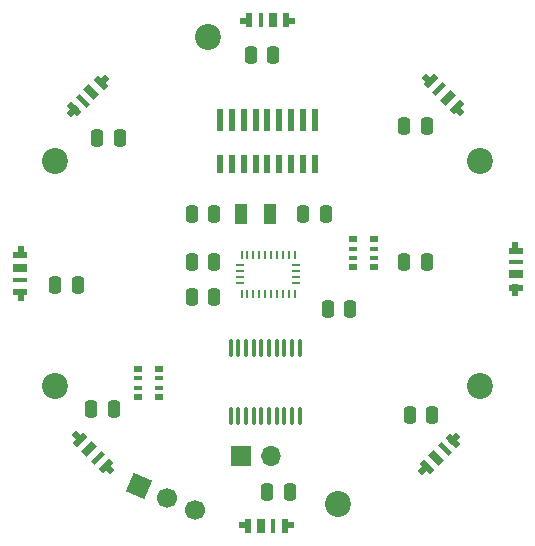
<source format=gbr>
%TF.GenerationSoftware,KiCad,Pcbnew,8.0.0*%
%TF.CreationDate,2024-05-13T13:59:27-05:00*%
%TF.ProjectId,GaussMouse_Sensor,47617573-734d-46f7-9573-655f53656e73,rev?*%
%TF.SameCoordinates,Original*%
%TF.FileFunction,Soldermask,Top*%
%TF.FilePolarity,Negative*%
%FSLAX46Y46*%
G04 Gerber Fmt 4.6, Leading zero omitted, Abs format (unit mm)*
G04 Created by KiCad (PCBNEW 8.0.0) date 2024-05-13 13:59:27*
%MOMM*%
%LPD*%
G01*
G04 APERTURE LIST*
G04 Aperture macros list*
%AMRoundRect*
0 Rectangle with rounded corners*
0 $1 Rounding radius*
0 $2 $3 $4 $5 $6 $7 $8 $9 X,Y pos of 4 corners*
0 Add a 4 corners polygon primitive as box body*
4,1,4,$2,$3,$4,$5,$6,$7,$8,$9,$2,$3,0*
0 Add four circle primitives for the rounded corners*
1,1,$1+$1,$2,$3*
1,1,$1+$1,$4,$5*
1,1,$1+$1,$6,$7*
1,1,$1+$1,$8,$9*
0 Add four rect primitives between the rounded corners*
20,1,$1+$1,$2,$3,$4,$5,0*
20,1,$1+$1,$4,$5,$6,$7,0*
20,1,$1+$1,$6,$7,$8,$9,0*
20,1,$1+$1,$8,$9,$2,$3,0*%
%AMHorizOval*
0 Thick line with rounded ends*
0 $1 width*
0 $2 $3 position (X,Y) of the first rounded end (center of the circle)*
0 $4 $5 position (X,Y) of the second rounded end (center of the circle)*
0 Add line between two ends*
20,1,$1,$2,$3,$4,$5,0*
0 Add two circle primitives to create the rounded ends*
1,1,$1,$2,$3*
1,1,$1,$4,$5*%
%AMRotRect*
0 Rectangle, with rotation*
0 The origin of the aperture is its center*
0 $1 length*
0 $2 width*
0 $3 Rotation angle, in degrees counterclockwise*
0 Add horizontal line*
21,1,$1,$2,0,0,$3*%
G04 Aperture macros list end*
%ADD10R,0.600000X1.650000*%
%ADD11R,0.600000X1.850000*%
%ADD12R,1.000000X1.800000*%
%ADD13RoundRect,0.100000X-0.100000X0.637500X-0.100000X-0.637500X0.100000X-0.637500X0.100000X0.637500X0*%
%ADD14R,0.254000X0.675000*%
%ADD15R,0.675000X0.254000*%
%ADD16R,0.800000X0.500000*%
%ADD17R,0.800000X0.400000*%
%ADD18R,1.700000X1.700000*%
%ADD19O,1.700000X1.700000*%
%ADD20RotRect,1.700000X1.700000X67.000000*%
%ADD21HorizOval,1.700000X0.000000X0.000000X0.000000X0.000000X0*%
%ADD22C,2.200000*%
%ADD23RotRect,1.000000X0.550000X225.000000*%
%ADD24RotRect,0.550000X1.200000X225.000000*%
%ADD25RotRect,0.700000X1.200000X225.000000*%
%ADD26RotRect,0.450000X1.200000X225.000000*%
%ADD27R,1.000000X0.550000*%
%ADD28R,0.550000X1.200000*%
%ADD29R,0.700000X1.200000*%
%ADD30R,0.450000X1.200000*%
%ADD31RotRect,1.000000X0.550000X135.000000*%
%ADD32RotRect,0.550000X1.200000X135.000000*%
%ADD33RotRect,0.450000X1.200000X135.000000*%
%ADD34RotRect,0.700000X1.200000X135.000000*%
%ADD35R,0.550000X1.000000*%
%ADD36R,1.200000X0.550000*%
%ADD37R,1.200000X0.700000*%
%ADD38R,1.200000X0.450000*%
%ADD39RotRect,1.000000X0.550000X45.000000*%
%ADD40RotRect,0.550000X1.200000X45.000000*%
%ADD41RotRect,0.450000X1.200000X45.000000*%
%ADD42RotRect,0.700000X1.200000X45.000000*%
%ADD43RotRect,1.000000X0.550000X315.000000*%
%ADD44RotRect,0.550000X1.200000X315.000000*%
%ADD45RotRect,0.700000X1.200000X315.000000*%
%ADD46RotRect,0.450000X1.200000X315.000000*%
%ADD47RoundRect,0.250000X0.250000X0.475000X-0.250000X0.475000X-0.250000X-0.475000X0.250000X-0.475000X0*%
%ADD48RoundRect,0.250000X-0.250000X-0.475000X0.250000X-0.475000X0.250000X0.475000X-0.250000X0.475000X0*%
G04 APERTURE END LIST*
D10*
%TO.C,J4*%
X133999999Y-84750000D03*
D11*
X133999999Y-81000000D03*
D10*
X135000000Y-84750000D03*
D11*
X135000000Y-81000000D03*
D10*
X136000000Y-84750000D03*
D11*
X136000000Y-81000000D03*
D10*
X137000000Y-84750000D03*
D11*
X137000000Y-81000000D03*
D10*
X137999984Y-84750000D03*
D11*
X137999984Y-81000000D03*
D10*
X139000000Y-84750000D03*
D11*
X139000000Y-81000000D03*
D10*
X140000000Y-84750000D03*
D11*
X140000000Y-81000000D03*
D10*
X141000000Y-84750000D03*
D11*
X141000000Y-81000000D03*
D10*
X142000000Y-84750000D03*
D11*
X142000000Y-81000000D03*
%TD*%
D12*
%TO.C,Y1*%
X138250000Y-89000000D03*
X135750000Y-89000000D03*
%TD*%
D13*
%TO.C,U2*%
X140737500Y-100325000D03*
X140087500Y-100325000D03*
X139437500Y-100325000D03*
X138787500Y-100325000D03*
X138137500Y-100325000D03*
X137487500Y-100325000D03*
X136837500Y-100325000D03*
X136187500Y-100325000D03*
X135537500Y-100325000D03*
X134887500Y-100325000D03*
X134887500Y-106050000D03*
X135537500Y-106050000D03*
X136187500Y-106050000D03*
X136837500Y-106050000D03*
X137487500Y-106050000D03*
X138137500Y-106050000D03*
X138787500Y-106050000D03*
X139437500Y-106050000D03*
X140087500Y-106050000D03*
X140737500Y-106050000D03*
%TD*%
D14*
%TO.C,U1*%
X135807500Y-92410000D03*
D15*
X135670000Y-93322500D03*
X135670000Y-93822500D03*
X135670000Y-94322500D03*
X135670000Y-94822500D03*
D14*
X135807500Y-95735000D03*
X136307500Y-95735000D03*
X136807500Y-95735000D03*
X137307500Y-95735000D03*
X137807500Y-95735000D03*
X138307500Y-95735000D03*
X138807500Y-95735000D03*
X139307500Y-95735000D03*
X139807500Y-95735000D03*
X140307500Y-95735000D03*
D15*
X140445000Y-94822500D03*
X140445000Y-94322500D03*
X140445000Y-93822500D03*
X140445000Y-93322500D03*
D14*
X140307500Y-92410000D03*
X139807500Y-92410000D03*
X139307500Y-92410000D03*
X138807500Y-92410000D03*
X138307500Y-92410000D03*
X137807500Y-92410000D03*
X137307500Y-92410000D03*
X136807500Y-92410000D03*
X136307500Y-92410000D03*
%TD*%
D16*
%TO.C,RN2*%
X128800000Y-104500000D03*
D17*
X128800000Y-103700000D03*
X128800000Y-102900000D03*
D16*
X128800000Y-102100000D03*
X127000000Y-102100000D03*
D17*
X127000000Y-102900000D03*
X127000000Y-103700000D03*
D16*
X127000000Y-104500000D03*
%TD*%
%TO.C,RN1*%
X145200000Y-91100000D03*
D17*
X145200000Y-91900000D03*
X145200000Y-92700000D03*
D16*
X145200000Y-93500000D03*
X147000000Y-93500000D03*
D17*
X147000000Y-92700000D03*
X147000000Y-91900000D03*
D16*
X147000000Y-91100000D03*
%TD*%
D18*
%TO.C,J2*%
X135725000Y-109500000D03*
D19*
X138265000Y-109500000D03*
%TD*%
D20*
%TO.C,J1*%
X127161916Y-112007543D03*
D21*
X129500000Y-113000000D03*
X131838080Y-113992457D03*
%TD*%
D22*
%TO.C,H6*%
X133000000Y-74000000D03*
%TD*%
%TO.C,H5*%
X144000000Y-113500000D03*
%TD*%
%TO.C,H4*%
X156000000Y-103500000D03*
%TD*%
%TO.C,H3*%
X120000000Y-103500000D03*
%TD*%
%TO.C,H2*%
X120000000Y-84500000D03*
%TD*%
%TO.C,H1*%
X156000000Y-84500000D03*
%TD*%
D23*
%TO.C,D5*%
X124077656Y-77748023D03*
D24*
X123865524Y-77854089D03*
D25*
X123070028Y-78649584D03*
D26*
X122345244Y-79374368D03*
D24*
X121638137Y-80081475D03*
D23*
X121525000Y-80286536D03*
%TD*%
D27*
%TO.C,D4*%
X139800000Y-72600000D03*
D28*
X139575000Y-72525000D03*
D29*
X138450000Y-72525000D03*
D30*
X137425000Y-72525000D03*
D28*
X136425000Y-72525000D03*
D27*
X136200000Y-72590000D03*
%TD*%
D31*
%TO.C,D3*%
X151628464Y-77599530D03*
D32*
X151833525Y-77712667D03*
D33*
X152540632Y-78419774D03*
D34*
X153265416Y-79144558D03*
D32*
X154060911Y-79940054D03*
D31*
X154166977Y-80152186D03*
%TD*%
D35*
%TO.C,D2*%
X158950000Y-95440000D03*
D36*
X159025000Y-95215000D03*
D37*
X159025000Y-94090000D03*
D38*
X159025000Y-93065000D03*
D36*
X159025000Y-92065000D03*
D35*
X158960000Y-91840000D03*
%TD*%
D39*
%TO.C,D1*%
X153815470Y-107993464D03*
D40*
X153702333Y-108198525D03*
D41*
X152995226Y-108905632D03*
D42*
X152270442Y-109630416D03*
D40*
X151474946Y-110425911D03*
D39*
X151262814Y-110531977D03*
%TD*%
D27*
%TO.C,D8*%
X136125000Y-115305000D03*
D28*
X136350000Y-115380000D03*
D29*
X137475000Y-115380000D03*
D30*
X138500000Y-115380000D03*
D28*
X139500000Y-115380000D03*
D27*
X139725000Y-115315000D03*
%TD*%
D43*
%TO.C,D7*%
X121986487Y-107890000D03*
D44*
X122092553Y-108102132D03*
D45*
X122888048Y-108897628D03*
D46*
X123612832Y-109622412D03*
D44*
X124319939Y-110329519D03*
D43*
X124525000Y-110442656D03*
%TD*%
D35*
%TO.C,D6*%
X117110000Y-92190000D03*
D36*
X117035000Y-92415000D03*
D37*
X117035000Y-93540000D03*
D38*
X117035000Y-94565000D03*
D36*
X117035000Y-95565000D03*
D35*
X117100000Y-95790000D03*
%TD*%
D47*
%TO.C,C13*%
X151950000Y-106000000D03*
X150050000Y-106000000D03*
%TD*%
%TO.C,C12*%
X139900000Y-112500000D03*
X138000000Y-112500000D03*
%TD*%
D48*
%TO.C,C11*%
X123100000Y-105500000D03*
X125000000Y-105500000D03*
%TD*%
%TO.C,C10*%
X143100000Y-97000000D03*
X145000000Y-97000000D03*
%TD*%
D47*
%TO.C,C9*%
X133500000Y-96000000D03*
X131600000Y-96000000D03*
%TD*%
%TO.C,C8*%
X133500000Y-93000000D03*
X131600000Y-93000000D03*
%TD*%
%TO.C,C7*%
X133500000Y-89000000D03*
X131600000Y-89000000D03*
%TD*%
D48*
%TO.C,C6*%
X141050000Y-89000000D03*
X142950000Y-89000000D03*
%TD*%
D47*
%TO.C,C5*%
X121950000Y-95000000D03*
X120050000Y-95000000D03*
%TD*%
%TO.C,C4*%
X125500000Y-82500000D03*
X123600000Y-82500000D03*
%TD*%
D48*
%TO.C,C3*%
X136600000Y-75500000D03*
X138500000Y-75500000D03*
%TD*%
%TO.C,C2*%
X149600000Y-81500000D03*
X151500000Y-81500000D03*
%TD*%
%TO.C,C1*%
X149600000Y-93000000D03*
X151500000Y-93000000D03*
%TD*%
M02*

</source>
